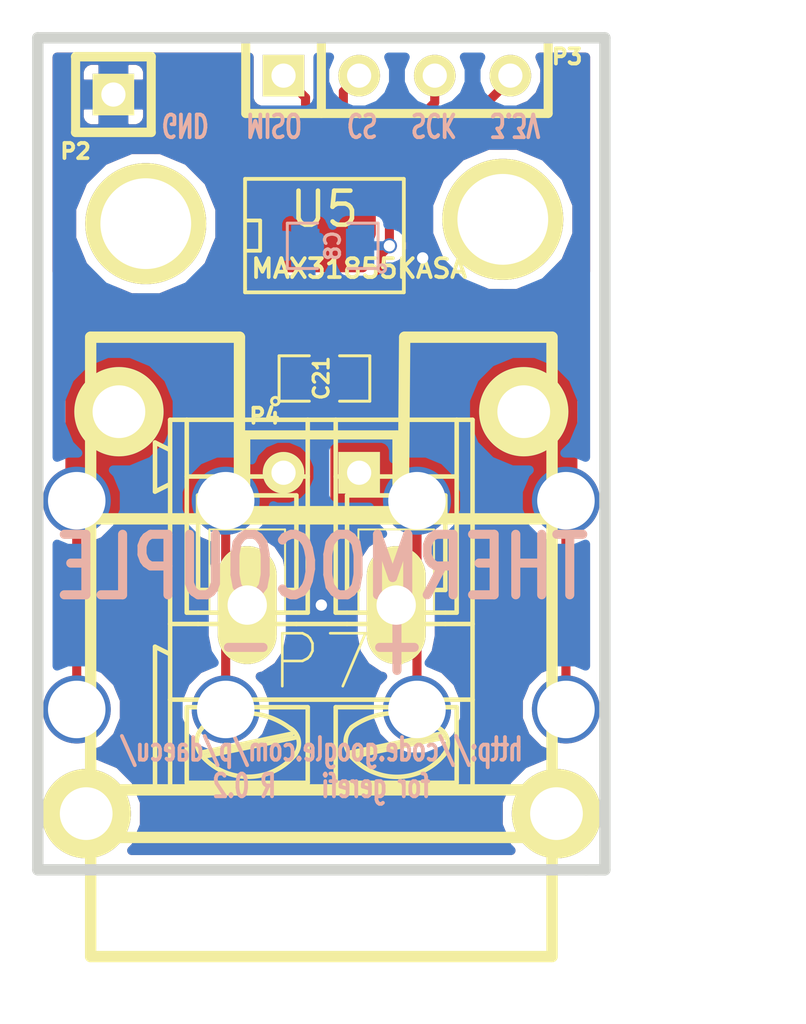
<source format=kicad_pcb>
(kicad_pcb (version 3) (host pcbnew "(2013-07-07 BZR 4022)-stable")

  (general
    (links 27)
    (no_connects 0)
    (area 93.7768 56.5658 124.877288 94.6912)
    (thickness 1.6002)
    (drawings 14)
    (tracks 56)
    (zones 0)
    (modules 12)
    (nets 8)
  )

  (page A)
  (title_block 
    (title "Thermocouple breakout")
    (rev R0.2)
    (company "gerefi by DAECU")
  )

  (layers
    (15 Front signal)
    (0 Back signal)
    (16 B.Adhes user)
    (17 F.Adhes user)
    (18 B.Paste user)
    (19 F.Paste user)
    (20 B.SilkS user)
    (21 F.SilkS user)
    (22 B.Mask user)
    (23 F.Mask user)
    (24 Dwgs.User user)
    (25 Cmts.User user)
    (26 Eco1.User user)
    (27 Eco2.User user)
    (28 Edge.Cuts user)
  )

  (setup
    (last_trace_width 0.3048)
    (user_trace_width 0.381)
    (user_trace_width 0.508)
    (user_trace_width 0.635)
    (user_trace_width 1.016)
    (trace_clearance 0.3048)
    (zone_clearance 0.3048)
    (zone_45_only no)
    (trace_min 0.00762)
    (segment_width 0.381)
    (edge_width 0.381)
    (via_size 0.508)
    (via_drill 0.381)
    (via_min_size 0.02032)
    (via_min_drill 0.381)
    (user_via 1.00076 0.89916)
    (uvia_size 0.508)
    (uvia_drill 0.127)
    (uvias_allowed no)
    (uvia_min_size 0.02032)
    (uvia_min_drill 0.127)
    (pcb_text_width 0.3048)
    (pcb_text_size 1.524 2.032)
    (mod_edge_width 0.254)
    (mod_text_size 1.524 1.524)
    (mod_text_width 0.3048)
    (pad_size 0.635 1.143)
    (pad_drill 0)
    (pad_to_mask_clearance 0.254)
    (aux_axis_origin 0 0)
    (visible_elements 7FFFFF3F)
    (pcbplotparams
      (layerselection 284983297)
      (usegerberextensions true)
      (excludeedgelayer true)
      (linewidth 0.150000)
      (plotframeref false)
      (viasonmask false)
      (mode 1)
      (useauxorigin false)
      (hpglpennumber 1)
      (hpglpenspeed 20)
      (hpglpendiameter 15)
      (hpglpenoverlay 0)
      (psnegative false)
      (psa4output false)
      (plotreference true)
      (plotvalue false)
      (plotothertext false)
      (plotinvisibletext false)
      (padsonsilk false)
      (subtractmaskfromsilk false)
      (outputformat 1)
      (mirror false)
      (drillshape 1)
      (scaleselection 1)
      (outputdirectory gerbers/gerbers_Spin2/))
  )

  (net 0 "")
  (net 1 //CS)
  (net 2 /MISO)
  (net 3 /SCK)
  (net 4 /TCPL+)
  (net 5 /TCPL-)
  (net 6 3.3v)
  (net 7 GND)

  (net_class Default "This is the default net class."
    (clearance 0.3048)
    (trace_width 0.3048)
    (via_dia 0.508)
    (via_drill 0.381)
    (uvia_dia 0.508)
    (uvia_drill 0.127)
    (add_net "")
    (add_net //CS)
    (add_net /MISO)
    (add_net /SCK)
    (add_net /TCPL+)
    (add_net /TCPL-)
    (add_net 3.3v)
    (add_net GND)
  )

  (module 1pin (layer Front) (tedit 4F629911) (tstamp 4F628E0D)
    (at 98.87712 65.29578)
    (descr "module 1 pin (ou trou mecanique de percage)")
    (tags DEV)
    (path /4F629521)
    (fp_text reference V802 (at 0 -3.048) (layer F.SilkS) hide
      (effects (font (size 1.016 1.016) (thickness 0.254)))
    )
    (fp_text value VIA (at 0 2.794) (layer F.SilkS) hide
      (effects (font (size 1.016 1.016) (thickness 0.254)))
    )
    (pad 1 thru_hole circle (at 0 0) (size 4.064 4.064) (drill 3.048)
      (layers *.Cu *.Mask F.SilkS)
    )
  )

  (module 1pin (layer Front) (tedit 4F629903) (tstamp 4F6280CB)
    (at 110.871 65.151)
    (descr "module 1 pin (ou trou mecanique de percage)")
    (tags DEV)
    (path /4F627FCA)
    (fp_text reference V801 (at 0 -3.048) (layer F.SilkS) hide
      (effects (font (size 1.016 1.016) (thickness 0.254)))
    )
    (fp_text value VIA (at 0 2.794) (layer F.SilkS) hide
      (effects (font (size 1.016 1.016) (thickness 0.254)))
    )
    (pad 1 thru_hole circle (at 0 0) (size 4.064 4.064) (drill 3.048)
      (layers *.Cu *.Mask F.SilkS)
    )
  )

  (module SO8E (layer Front) (tedit 4F661D77) (tstamp 4E47F42B)
    (at 104.87914 65.6971)
    (descr "module CMS SOJ 8 pins etroit")
    (tags "CMS SOJ")
    (path /4E13FF86)
    (attr smd)
    (fp_text reference U5 (at 0 -0.889) (layer F.SilkS)
      (effects (font (size 1.143 1.143) (thickness 0.1524)))
    )
    (fp_text value MAX31855KASA (at 1.16586 1.1049) (layer F.SilkS)
      (effects (font (size 0.635 0.635) (thickness 0.127)))
    )
    (fp_line (start -2.667 1.778) (end -2.667 1.905) (layer F.SilkS) (width 0.127))
    (fp_line (start -2.667 1.905) (end 2.667 1.905) (layer F.SilkS) (width 0.127))
    (fp_line (start 2.667 -1.905) (end -2.667 -1.905) (layer F.SilkS) (width 0.127))
    (fp_line (start -2.667 -1.905) (end -2.667 1.778) (layer F.SilkS) (width 0.127))
    (fp_line (start -2.667 -0.508) (end -2.159 -0.508) (layer F.SilkS) (width 0.127))
    (fp_line (start -2.159 -0.508) (end -2.159 0.508) (layer F.SilkS) (width 0.127))
    (fp_line (start -2.159 0.508) (end -2.667 0.508) (layer F.SilkS) (width 0.127))
    (fp_line (start 2.667 -1.905) (end 2.667 1.905) (layer F.SilkS) (width 0.127))
    (pad 8 smd rect (at -1.905 -2.667) (size 0.508 1.143)
      (layers Front F.Paste F.Mask)
    )
    (pad 1 smd rect (at -1.905 2.667) (size 0.508 1.143)
      (layers Front F.Paste F.Mask)
      (net 7 GND)
    )
    (pad 7 smd rect (at -0.635 -2.667) (size 0.508 1.143)
      (layers Front F.Paste F.Mask)
      (net 2 /MISO)
    )
    (pad 6 smd rect (at 0.635 -2.667) (size 0.508 1.143)
      (layers Front F.Paste F.Mask)
      (net 1 //CS)
    )
    (pad 5 smd rect (at 1.905 -2.667) (size 0.508 1.143)
      (layers Front F.Paste F.Mask)
      (net 3 /SCK)
    )
    (pad 2 smd rect (at -0.635 2.667) (size 0.508 1.143)
      (layers Front F.Paste F.Mask)
      (net 5 /TCPL-)
    )
    (pad 3 smd rect (at 0.635 2.667) (size 0.508 1.143)
      (layers Front F.Paste F.Mask)
      (net 4 /TCPL+)
    )
    (pad 4 smd rect (at 1.905 2.667) (size 0.508 1.143)
      (layers Front F.Paste F.Mask)
      (net 6 3.3v)
    )
    (model 3D/so-8.wrl
      (at (xyz 0 0 0))
      (scale (xyz 1 1 1))
      (rotate (xyz 0 0 0))
    )
  )

  (module tcpl_PCC-SMP (layer Front) (tedit 535A1C3C) (tstamp 535A19ED)
    (at 104.775 78.359 270)
    (path /535A15DB)
    (fp_text reference P1 (at -1.778 9.779 270) (layer F.SilkS) hide
      (effects (font (size 1.524 1.524) (thickness 0.3048)))
    )
    (fp_text value CONN_2 (at -1.5748 4.699 360) (layer F.SilkS) hide
      (effects (font (size 1.524 1.524) (thickness 0.3048)))
    )
    (fp_text user - (at 1.016 2.54 360) (layer F.SilkS)
      (effects (font (size 1.524 1.524) (thickness 0.3048)))
    )
    (fp_text user + (at 1.016 -2.54 270) (layer F.SilkS)
      (effects (font (size 1.524 1.524) (thickness 0.3048)))
    )
    (fp_line (start -3.0988 7.74954) (end -9.25068 7.74954) (layer F.SilkS) (width 0.381))
    (fp_line (start -9.25068 7.74954) (end -9.25068 2.75082) (layer F.SilkS) (width 0.381))
    (fp_line (start -9.25068 2.75082) (end -3.1496 2.75082) (layer F.SilkS) (width 0.381))
    (fp_line (start -3.1496 -2.75082) (end -9.25068 -2.79908) (layer F.SilkS) (width 0.381))
    (fp_line (start -9.25068 -2.79908) (end -9.25068 -7.74954) (layer F.SilkS) (width 0.381))
    (fp_line (start -9.25068 -7.74954) (end -3.1496 -7.74954) (layer F.SilkS) (width 0.381))
    (fp_line (start 5.95122 7.74954) (end 5.95122 -7.74954) (layer F.SilkS) (width 0.381))
    (fp_line (start 7.54888 -7.74954) (end 7.54888 7.74954) (layer F.SilkS) (width 0.381))
    (fp_line (start -3.1496 -7.74954) (end 11.54938 -7.74954) (layer F.SilkS) (width 0.381))
    (fp_line (start -3.1496 7.74954) (end -3.1496 -7.74954) (layer F.SilkS) (width 0.381))
    (fp_line (start 11.54938 7.74954) (end -3.1496 7.74954) (layer F.SilkS) (width 0.381))
    (fp_line (start 11.54938 -7.74954) (end 11.54938 7.74954) (layer F.SilkS) (width 0.381))
    (pad M thru_hole circle (at 6.74878 -7.8994 270) (size 2.99974 2.99974) (drill 1.77038)
      (layers *.Cu *.Mask F.SilkS)
    )
    (pad M thru_hole circle (at 6.74878 7.8994 270) (size 2.99974 2.99974) (drill 1.77038)
      (layers *.Cu *.Mask F.SilkS)
    )
    (pad 2 thru_hole circle (at -6.74878 -6.79958 270) (size 2.99974 2.99974) (drill 1.77038)
      (layers *.Cu *.Mask F.SilkS)
      (net 4 /TCPL+)
    )
    (pad 1 thru_hole circle (at -6.74878 6.79958 270) (size 2.99974 2.99974) (drill 1.77038)
      (layers *.Cu *.Mask F.SilkS)
      (net 5 /TCPL-)
    )
    (model 3D/TCPL_CONNECTOR_PCC-SMP.wrl
      (at (xyz 0.46 0.315 -0.17))
      (scale (xyz 10 10 10))
      (rotate (xyz 0 0 180))
    )
  )

  (module SIL-4 (layer Front) (tedit 535A1D77) (tstamp 4F67B26C)
    (at 107.315 60.325)
    (descr "Connecteur 4 pibs")
    (tags "CONN DEV")
    (path /535A166C)
    (fp_text reference P3 (at 5.715 -0.635) (layer F.SilkS)
      (effects (font (size 0.508 0.508) (thickness 0.127)))
    )
    (fp_text value CONN_4 (at 0 -2.54) (layer F.SilkS) hide
      (effects (font (size 1.524 1.016) (thickness 0.3048)))
    )
    (fp_line (start -5.08 -1.27) (end -5.08 -1.27) (layer F.SilkS) (width 0.3048))
    (fp_line (start -5.08 1.27) (end -5.08 -1.27) (layer F.SilkS) (width 0.3048))
    (fp_line (start -5.08 -1.27) (end -5.08 -1.27) (layer F.SilkS) (width 0.3048))
    (fp_line (start -5.08 -1.27) (end 5.08 -1.27) (layer F.SilkS) (width 0.3048))
    (fp_line (start 5.08 -1.27) (end 5.08 1.27) (layer F.SilkS) (width 0.3048))
    (fp_line (start 5.08 1.27) (end -5.08 1.27) (layer F.SilkS) (width 0.3048))
    (fp_line (start -2.54 1.27) (end -2.54 -1.27) (layer F.SilkS) (width 0.3048))
    (pad 1 thru_hole rect (at -3.81 0) (size 1.397 1.397) (drill 0.8128)
      (layers *.Cu *.Mask F.SilkS)
      (net 2 /MISO)
    )
    (pad 2 thru_hole circle (at -1.27 0) (size 1.397 1.397) (drill 0.8128)
      (layers *.Cu *.Mask F.SilkS)
      (net 1 //CS)
    )
    (pad 3 thru_hole circle (at 1.27 0) (size 1.397 1.397) (drill 0.8128)
      (layers *.Cu *.Mask F.SilkS)
      (net 3 /SCK)
    )
    (pad 4 thru_hole circle (at 3.81 0) (size 1.397 1.397) (drill 0.8128)
      (layers *.Cu *.Mask F.SilkS)
      (net 6 3.3v)
    )
  )

  (module SIL-1 (layer Front) (tedit 535A1D7C) (tstamp 4F5CF533)
    (at 97.79 60.96 180)
    (descr "Connecteurs 1 pin")
    (tags "CONN DEV")
    (path /535A1737)
    (fp_text reference P2 (at 1.27 -1.905 180) (layer F.SilkS)
      (effects (font (size 0.508 0.508) (thickness 0.127)))
    )
    (fp_text value CONN_1 (at 0 -2.54 180) (layer F.SilkS) hide
      (effects (font (size 1.524 1.016) (thickness 0.254)))
    )
    (fp_line (start -1.27 1.27) (end 1.27 1.27) (layer F.SilkS) (width 0.3175))
    (fp_line (start -1.27 -1.27) (end 1.27 -1.27) (layer F.SilkS) (width 0.3175))
    (fp_line (start -1.27 1.27) (end -1.27 -1.27) (layer F.SilkS) (width 0.3048))
    (fp_line (start 1.27 -1.27) (end 1.27 1.27) (layer F.SilkS) (width 0.3048))
    (pad 1 thru_hole rect (at 0 0 180) (size 1.397 1.397) (drill 0.8128)
      (layers *.Cu *.Mask F.SilkS)
      (net 7 GND)
    )
  )

  (module SIL-2 (layer Front) (tedit 535A1CFD) (tstamp 535A1BB9)
    (at 104.775 73.66 180)
    (descr "Connecteurs 2 pins")
    (tags "CONN DEV")
    (path /535A1B1D)
    (fp_text reference P4 (at 1.905 1.905 180) (layer F.SilkS)
      (effects (font (size 0.508 0.508) (thickness 0.127)))
    )
    (fp_text value CONN_2 (at 0 -2.54 180) (layer F.SilkS) hide
      (effects (font (size 1.524 1.016) (thickness 0.3048)))
    )
    (fp_line (start -2.54 1.27) (end -2.54 -1.27) (layer F.SilkS) (width 0.3048))
    (fp_line (start -2.54 -1.27) (end 2.54 -1.27) (layer F.SilkS) (width 0.3048))
    (fp_line (start 2.54 -1.27) (end 2.54 1.27) (layer F.SilkS) (width 0.3048))
    (fp_line (start 2.54 1.27) (end -2.54 1.27) (layer F.SilkS) (width 0.3048))
    (pad 1 thru_hole rect (at -1.27 0 180) (size 1.397 1.397) (drill 0.8128)
      (layers *.Cu *.Mask F.SilkS)
      (net 4 /TCPL+)
    )
    (pad 2 thru_hole circle (at 1.27 0 180) (size 1.397 1.397) (drill 0.8128)
      (layers *.Cu *.Mask F.SilkS)
      (net 5 /TCPL-)
    )
  )

  (module SM0805-SM0603 (layer Back) (tedit 54220BA7) (tstamp 4E47F455)
    (at 105.156 66.04 180)
    (path /4E13FFE2)
    (attr smd)
    (fp_text reference C8 (at 0 0 450) (layer B.SilkS)
      (effects (font (size 0.50038 0.50038) (thickness 0.10922)) (justify mirror))
    )
    (fp_text value 100nF (at 0 -0.381 180) (layer B.SilkS) hide
      (effects (font (size 0.50038 0.50038) (thickness 0.10922)) (justify mirror))
    )
    (fp_circle (center -1.651 -0.762) (end -1.651 -0.635) (layer B.SilkS) (width 0.09906))
    (fp_line (start -0.508 -0.762) (end -1.524 -0.762) (layer B.SilkS) (width 0.09906))
    (fp_line (start -1.524 -0.762) (end -1.524 0.762) (layer B.SilkS) (width 0.09906))
    (fp_line (start -1.524 0.762) (end -0.508 0.762) (layer B.SilkS) (width 0.09906))
    (fp_line (start 0.508 0.762) (end 1.524 0.762) (layer B.SilkS) (width 0.09906))
    (fp_line (start 1.524 0.762) (end 1.524 -0.762) (layer B.SilkS) (width 0.09906))
    (fp_line (start 1.524 -0.762) (end 0.508 -0.762) (layer B.SilkS) (width 0.09906))
    (pad 1 smd rect (at -0.9525 0 180) (size 0.889 1.397)
      (layers Back B.Paste B.Mask)
      (net 6 3.3v)
    )
    (pad 2 smd rect (at 0.9525 0 180) (size 0.889 1.397)
      (layers Back B.Paste B.Mask)
      (net 7 GND)
    )
    (pad 1 smd rect (at -0.762 0 180) (size 0.635 1.143)
      (layers Back B.Paste B.Mask)
      (net 6 3.3v)
    )
    (pad 2 smd rect (at 0.762 0 180) (size 0.635 1.143)
      (layers Back B.Paste B.Mask)
      (net 7 GND)
    )
    (model smd/chip_cms.wrl
      (at (xyz 0 0 0))
      (scale (xyz 0.1 0.1 0.1))
      (rotate (xyz 0 0 0))
    )
  )

  (module SM0805-SM0603 (layer Front) (tedit 54220B8D) (tstamp 4E4C6BB1)
    (at 104.87914 70.49516)
    (path /4E4C6B54)
    (attr smd)
    (fp_text reference C21 (at -0.10414 -0.01016 90) (layer F.SilkS)
      (effects (font (size 0.50038 0.50038) (thickness 0.10922)))
    )
    (fp_text value 10nF (at 0 0.381) (layer F.SilkS) hide
      (effects (font (size 0.50038 0.50038) (thickness 0.10922)))
    )
    (fp_circle (center -1.651 0.762) (end -1.651 0.635) (layer F.SilkS) (width 0.09906))
    (fp_line (start -0.508 0.762) (end -1.524 0.762) (layer F.SilkS) (width 0.09906))
    (fp_line (start -1.524 0.762) (end -1.524 -0.762) (layer F.SilkS) (width 0.09906))
    (fp_line (start -1.524 -0.762) (end -0.508 -0.762) (layer F.SilkS) (width 0.09906))
    (fp_line (start 0.508 -0.762) (end 1.524 -0.762) (layer F.SilkS) (width 0.09906))
    (fp_line (start 1.524 -0.762) (end 1.524 0.762) (layer F.SilkS) (width 0.09906))
    (fp_line (start 1.524 0.762) (end 0.508 0.762) (layer F.SilkS) (width 0.09906))
    (pad 1 smd rect (at -0.9525 0) (size 0.889 1.397)
      (layers Front F.Paste F.Mask)
      (net 5 /TCPL-)
    )
    (pad 2 smd rect (at 0.9525 0) (size 0.889 1.397)
      (layers Front F.Paste F.Mask)
      (net 4 /TCPL+)
    )
    (pad 1 smd rect (at -0.762 0) (size 0.635 1.143)
      (layers Front F.Paste F.Mask)
      (net 5 /TCPL-)
    )
    (pad 2 smd rect (at 0.762 0) (size 0.635 1.143)
      (layers Front F.Paste F.Mask)
      (net 4 /TCPL+)
    )
    (model smd/chip_cms.wrl
      (at (xyz 0 0 0))
      (scale (xyz 0.1 0.1 0.1))
      (rotate (xyz 0 0 0))
    )
  )

  (module SCREW_TERM_534-7693 (layer Front) (tedit 54C42281) (tstamp 54C427F8)
    (at 99.06 78.105 180)
    (path /54C4236A)
    (fp_text reference P5 (at 0 -0.3175 180) (layer F.SilkS) hide
      (effects (font (size 0.127 0.127) (thickness 0.00254)))
    )
    (fp_text value CONN_1 (at 0.09906 -0.8001 180) (layer F.SilkS) hide
      (effects (font (size 0.127 0.127) (thickness 0.00254)))
    )
    (pad 1 thru_hole circle (at 2.5019 -3.5052 180) (size 2.286 2.286) (drill 1.9304)
      (layers *.Cu *.Mask)
      (net 5 /TCPL-)
    )
    (pad 1 thru_hole circle (at 2.5019 3.5052 180) (size 2.286 2.286) (drill 1.9304)
      (layers *.Cu *.Mask)
      (net 5 /TCPL-)
    )
    (pad 1 thru_hole circle (at -2.5019 3.5052 180) (size 2.286 2.286) (drill 1.9304)
      (layers *.Cu *.Mask)
      (net 5 /TCPL-)
    )
    (pad 1 thru_hole circle (at -2.5019 -3.5052 180) (size 2.286 2.286) (drill 1.9304)
      (layers *.Cu *.Mask)
      (net 5 /TCPL-)
    )
    (model 3D/screw_term_534-7693.wrl
      (at (xyz 0 0 0.22))
      (scale (xyz 10 10 10))
      (rotate (xyz 270 0 90))
    )
  )

  (module SCREW_TERM_534-7693 (layer Front) (tedit 54C42281) (tstamp 54C42800)
    (at 110.49 78.105 180)
    (path /54C42383)
    (fp_text reference P6 (at 0 -0.3175 180) (layer F.SilkS) hide
      (effects (font (size 0.127 0.127) (thickness 0.00254)))
    )
    (fp_text value CONN_1 (at 0.09906 -0.8001 180) (layer F.SilkS) hide
      (effects (font (size 0.127 0.127) (thickness 0.00254)))
    )
    (pad 1 thru_hole circle (at 2.5019 -3.5052 180) (size 2.286 2.286) (drill 1.9304)
      (layers *.Cu *.Mask)
      (net 4 /TCPL+)
    )
    (pad 1 thru_hole circle (at 2.5019 3.5052 180) (size 2.286 2.286) (drill 1.9304)
      (layers *.Cu *.Mask)
      (net 4 /TCPL+)
    )
    (pad 1 thru_hole circle (at -2.5019 3.5052 180) (size 2.286 2.286) (drill 1.9304)
      (layers *.Cu *.Mask)
      (net 4 /TCPL+)
    )
    (pad 1 thru_hole circle (at -2.5019 -3.5052 180) (size 2.286 2.286) (drill 1.9304)
      (layers *.Cu *.Mask)
      (net 4 /TCPL+)
    )
    (model 3D/screw_term_534-7693.wrl
      (at (xyz 0 0 0.22))
      (scale (xyz 10 10 10))
      (rotate (xyz 270 0 90))
    )
  )

  (module AK300-2 (layer Front) (tedit 54C7CA13) (tstamp 54C7DD75)
    (at 104.775 78.105 180)
    (descr CONNECTOR)
    (tags CONNECTOR)
    (path /54C7C9BE)
    (attr virtual)
    (fp_text reference P7 (at 0 -1.905 180) (layer F.SilkS)
      (effects (font (size 1.778 1.778) (thickness 0.0889)))
    )
    (fp_text value CONN_2 (at 0.254 7.747 180) (layer F.SilkS) hide
      (effects (font (size 1.778 1.778) (thickness 0.0889)))
    )
    (fp_line (start -3.7846 2.54) (end -1.2446 2.54) (layer F.SilkS) (width 0.06604))
    (fp_line (start -1.2446 2.54) (end -1.2446 -0.254) (layer F.SilkS) (width 0.06604))
    (fp_line (start -3.7846 -0.254) (end -1.2446 -0.254) (layer F.SilkS) (width 0.06604))
    (fp_line (start -3.7846 2.54) (end -3.7846 -0.254) (layer F.SilkS) (width 0.06604))
    (fp_line (start 1.2192 2.54) (end 3.7592 2.54) (layer F.SilkS) (width 0.06604))
    (fp_line (start 3.7592 2.54) (end 3.7592 -0.254) (layer F.SilkS) (width 0.06604))
    (fp_line (start 1.2192 -0.254) (end 3.7592 -0.254) (layer F.SilkS) (width 0.06604))
    (fp_line (start 1.2192 2.54) (end 1.2192 -0.254) (layer F.SilkS) (width 0.06604))
    (fp_line (start 5.08 -6.223) (end 5.08 -3.175) (layer F.SilkS) (width 0.1524))
    (fp_line (start 5.08 -6.223) (end -5.08 -6.223) (layer F.SilkS) (width 0.1524))
    (fp_line (start 5.08 -6.223) (end 5.588 -6.223) (layer F.SilkS) (width 0.1524))
    (fp_line (start 5.588 -6.223) (end 5.588 -1.397) (layer F.SilkS) (width 0.1524))
    (fp_line (start 5.588 -1.397) (end 5.08 -1.651) (layer F.SilkS) (width 0.1524))
    (fp_line (start 5.588 5.461) (end 5.08 5.207) (layer F.SilkS) (width 0.1524))
    (fp_line (start 5.08 5.207) (end 5.08 6.223) (layer F.SilkS) (width 0.1524))
    (fp_line (start 5.588 3.81) (end 5.08 4.064) (layer F.SilkS) (width 0.1524))
    (fp_line (start 5.08 4.064) (end 5.08 5.207) (layer F.SilkS) (width 0.1524))
    (fp_line (start 5.588 3.81) (end 5.588 5.461) (layer F.SilkS) (width 0.1524))
    (fp_line (start 0.4572 6.223) (end 0.4572 4.318) (layer F.SilkS) (width 0.1524))
    (fp_line (start 4.5212 -0.254) (end 4.5212 4.318) (layer F.SilkS) (width 0.1524))
    (fp_line (start 0.4572 6.223) (end 4.5212 6.223) (layer F.SilkS) (width 0.1524))
    (fp_line (start 4.5212 6.223) (end 5.08 6.223) (layer F.SilkS) (width 0.1524))
    (fp_line (start -0.4826 6.223) (end -0.4826 4.318) (layer F.SilkS) (width 0.1524))
    (fp_line (start -0.4826 6.223) (end 0.4572 6.223) (layer F.SilkS) (width 0.1524))
    (fp_line (start -4.5466 -0.254) (end -4.5466 4.318) (layer F.SilkS) (width 0.1524))
    (fp_line (start -5.08 6.223) (end -4.5466 6.223) (layer F.SilkS) (width 0.1524))
    (fp_line (start -4.5466 6.223) (end -0.4826 6.223) (layer F.SilkS) (width 0.1524))
    (fp_line (start 0.4572 4.318) (end 4.5212 4.318) (layer F.SilkS) (width 0.1524))
    (fp_line (start 0.4572 4.318) (end 0.4572 -0.254) (layer F.SilkS) (width 0.1524))
    (fp_line (start 4.5212 4.318) (end 4.5212 6.223) (layer F.SilkS) (width 0.1524))
    (fp_line (start -0.4826 4.318) (end -4.5466 4.318) (layer F.SilkS) (width 0.1524))
    (fp_line (start -0.4826 4.318) (end -0.4826 -0.254) (layer F.SilkS) (width 0.1524))
    (fp_line (start -4.5466 4.318) (end -4.5466 6.223) (layer F.SilkS) (width 0.1524))
    (fp_line (start 4.1402 3.683) (end 4.1402 0.508) (layer F.SilkS) (width 0.1524))
    (fp_line (start 4.1402 3.683) (end 0.8382 3.683) (layer F.SilkS) (width 0.1524))
    (fp_line (start 0.8382 3.683) (end 0.8382 0.508) (layer F.SilkS) (width 0.1524))
    (fp_line (start -0.8636 3.683) (end -0.8636 0.508) (layer F.SilkS) (width 0.1524))
    (fp_line (start -0.8636 3.683) (end -4.1656 3.683) (layer F.SilkS) (width 0.1524))
    (fp_line (start -4.1656 3.683) (end -4.1656 0.508) (layer F.SilkS) (width 0.1524))
    (fp_line (start -4.1656 0.508) (end -3.7846 0.508) (layer F.SilkS) (width 0.1524))
    (fp_line (start -0.8636 0.508) (end -1.2446 0.508) (layer F.SilkS) (width 0.1524))
    (fp_line (start 0.8382 0.508) (end 1.2192 0.508) (layer F.SilkS) (width 0.1524))
    (fp_line (start 4.1402 0.508) (end 3.7592 0.508) (layer F.SilkS) (width 0.1524))
    (fp_line (start -5.08 6.223) (end -5.08 -0.635) (layer F.SilkS) (width 0.1524))
    (fp_line (start -5.08 -0.635) (end -5.08 -3.175) (layer F.SilkS) (width 0.1524))
    (fp_line (start 5.08 -1.651) (end 5.08 -0.635) (layer F.SilkS) (width 0.1524))
    (fp_line (start 5.08 -0.635) (end 5.08 4.064) (layer F.SilkS) (width 0.1524))
    (fp_line (start -5.08 -3.175) (end 5.08 -3.175) (layer F.SilkS) (width 0.1524))
    (fp_line (start -5.08 -3.175) (end -5.08 -6.223) (layer F.SilkS) (width 0.1524))
    (fp_line (start 5.08 -3.175) (end 5.08 -1.651) (layer F.SilkS) (width 0.1524))
    (fp_line (start 0.4572 -3.429) (end 0.4572 -5.969) (layer F.SilkS) (width 0.1524))
    (fp_line (start 0.4572 -5.969) (end 4.5212 -5.969) (layer F.SilkS) (width 0.1524))
    (fp_line (start 4.5212 -5.969) (end 4.5212 -3.429) (layer F.SilkS) (width 0.1524))
    (fp_line (start 4.5212 -3.429) (end 0.4572 -3.429) (layer F.SilkS) (width 0.1524))
    (fp_line (start -0.4826 -3.429) (end -0.4826 -5.969) (layer F.SilkS) (width 0.1524))
    (fp_line (start -0.4826 -3.429) (end -4.5466 -3.429) (layer F.SilkS) (width 0.1524))
    (fp_line (start -4.5466 -3.429) (end -4.5466 -5.969) (layer F.SilkS) (width 0.1524))
    (fp_line (start -0.4826 -5.969) (end -4.5466 -5.969) (layer F.SilkS) (width 0.1524))
    (fp_line (start 0.8636 -4.445) (end 3.9116 -5.08) (layer F.SilkS) (width 0.1524))
    (fp_line (start 0.9906 -4.318) (end 4.0386 -4.953) (layer F.SilkS) (width 0.1524))
    (fp_line (start -4.1402 -4.445) (end -1.08966 -5.08) (layer F.SilkS) (width 0.1524))
    (fp_line (start -4.0132 -4.318) (end -0.9652 -4.953) (layer F.SilkS) (width 0.1524))
    (fp_line (start -4.5466 -0.254) (end -4.1656 -0.254) (layer F.SilkS) (width 0.1524))
    (fp_line (start -0.4826 -0.254) (end -0.8636 -0.254) (layer F.SilkS) (width 0.1524))
    (fp_line (start -0.8636 -0.254) (end -4.1656 -0.254) (layer F.SilkS) (width 0.1524))
    (fp_line (start -5.08 -0.635) (end -4.1656 -0.635) (layer F.SilkS) (width 0.1524))
    (fp_line (start -4.1656 -0.635) (end -0.8636 -0.635) (layer F.SilkS) (width 0.1524))
    (fp_line (start -0.8636 -0.635) (end 0.8382 -0.635) (layer F.SilkS) (width 0.1524))
    (fp_line (start 5.08 -0.635) (end 4.1402 -0.635) (layer F.SilkS) (width 0.1524))
    (fp_line (start 4.1402 -0.635) (end 0.8382 -0.635) (layer F.SilkS) (width 0.1524))
    (fp_line (start 4.5212 -0.254) (end 4.1402 -0.254) (layer F.SilkS) (width 0.1524))
    (fp_line (start 0.4572 -0.254) (end 0.8382 -0.254) (layer F.SilkS) (width 0.1524))
    (fp_line (start 0.8382 -0.254) (end 4.1402 -0.254) (layer F.SilkS) (width 0.1524))
    (fp_arc (start 3.5052 -4.59486) (end 4.01066 -5.05206) (angle 90.5) (layer F.SilkS) (width 0.1524))
    (fp_arc (start 2.54 -6.0706) (end 4.00304 -4.11734) (angle 75.5) (layer F.SilkS) (width 0.1524))
    (fp_arc (start 2.46126 -3.7084) (end 0.8636 -5.0038) (angle 100) (layer F.SilkS) (width 0.1524))
    (fp_arc (start 1.3462 -4.64566) (end 1.05664 -4.1275) (angle 104.2) (layer F.SilkS) (width 0.1524))
    (fp_arc (start -1.4986 -4.59486) (end -0.9906 -5.05206) (angle 90.5) (layer F.SilkS) (width 0.1524))
    (fp_arc (start -2.46126 -6.0706) (end -0.99822 -4.11734) (angle 75.5) (layer F.SilkS) (width 0.1524))
    (fp_arc (start -2.53746 -3.7084) (end -4.1402 -5.0038) (angle 100) (layer F.SilkS) (width 0.1524))
    (fp_arc (start -3.6576 -4.64566) (end -3.94462 -4.1275) (angle 104.2) (layer F.SilkS) (width 0.1524))
    (pad 1 thru_hole oval (at -2.5146 0 180) (size 1.9812 3.9624) (drill 1.3208)
      (layers *.Cu F.Paste F.SilkS F.Mask)
      (net 4 /TCPL+)
    )
    (pad 2 thru_hole oval (at 2.4892 0 180) (size 1.9812 3.9624) (drill 1.3208)
      (layers *.Cu F.Paste F.SilkS F.Mask)
      (net 5 /TCPL-)
    )
  )

  (gr_text "http://code.google.com/p/daecu/\nfor gerefi    R 0.2" (at 104.775 83.566) (layer B.SilkS)
    (effects (font (size 0.762 0.508) (thickness 0.127)) (justify mirror))
  )
  (gr_text "MISO    CS   SCK   3.3V" (at 107.188 61.976 180) (layer B.SilkS)
    (effects (font (size 0.762 0.508) (thickness 0.127)) (justify mirror))
  )
  (gr_text GND (at 100.203 61.976 180) (layer B.SilkS)
    (effects (font (size 0.762 0.508) (thickness 0.127)) (justify mirror))
  )
  (dimension 19.05 (width 0.3048) (layer Cmts.User)
    (gr_text "0.7500 in" (at 104.775 93.065599) (layer Cmts.User)
      (effects (font (size 2.032 1.524) (thickness 0.3048)))
    )
    (feature1 (pts (xy 114.3 88.9) (xy 114.3 94.691199)))
    (feature2 (pts (xy 95.25 88.9) (xy 95.25 94.691199)))
    (crossbar (pts (xy 95.25 91.439999) (xy 114.3 91.439999)))
    (arrow1a (pts (xy 114.3 91.439999) (xy 113.173497 92.026419)))
    (arrow1b (pts (xy 114.3 91.439999) (xy 113.173497 90.853579)))
    (arrow2a (pts (xy 95.25 91.439999) (xy 96.376503 92.026419)))
    (arrow2b (pts (xy 95.25 91.439999) (xy 96.376503 90.853579)))
  )
  (dimension 27.94 (width 0.3048) (layer Cmts.User)
    (gr_text "1.1000 in" (at 119.1006 73.025 90) (layer Cmts.User)
      (effects (font (size 2.032 1.524) (thickness 0.3048)))
    )
    (feature1 (pts (xy 116.205 59.055) (xy 120.7262 59.055)))
    (feature2 (pts (xy 116.205 86.995) (xy 120.7262 86.995)))
    (crossbar (pts (xy 117.475 86.995) (xy 117.475 59.055)))
    (arrow1a (pts (xy 117.475 59.055) (xy 118.06142 60.181503)))
    (arrow1b (pts (xy 117.475 59.055) (xy 116.88858 60.181503)))
    (arrow2a (pts (xy 117.475 86.995) (xy 118.06142 85.868497)))
    (arrow2b (pts (xy 117.475 86.995) (xy 116.88858 85.868497)))
  )
  (gr_line (start 114.3 86.995) (end 113.665 86.995) (angle 90) (layer Edge.Cuts) (width 0.381))
  (gr_line (start 114.3 59.055) (end 114.3 86.995) (angle 90) (layer Edge.Cuts) (width 0.381))
  (gr_line (start 95.25 59.055) (end 114.3 59.055) (angle 90) (layer Edge.Cuts) (width 0.381))
  (gr_line (start 95.25 86.995) (end 95.25 59.055) (angle 90) (layer Edge.Cuts) (width 0.381))
  (gr_line (start 113.665 86.995) (end 95.25 86.995) (angle 90) (layer Edge.Cuts) (width 0.381))
  (gr_text + (at 107.315 79.375) (layer B.SilkS)
    (effects (font (size 2.032 1.524) (thickness 0.3048)))
  )
  (gr_text - (at 102.235 79.375) (layer B.SilkS)
    (effects (font (size 2.032 1.524) (thickness 0.3048)))
  )
  (gr_text THERMOCOUPLE (at 104.775 76.835) (layer B.SilkS)
    (effects (font (size 2.032 1.524) (thickness 0.3048)) (justify mirror))
  )
  (gr_text - (at 102.34422 84.19592) (layer F.SilkS)
    (effects (font (size 2.032 1.524) (thickness 0.3048)))
  )

  (segment (start 105.51414 63.0301) (end 105.51414 60.85586) (width 0.3048) (layer Front) (net 1))
  (segment (start 105.51414 60.85586) (end 106.045 60.325) (width 0.3048) (layer Front) (net 1) (tstamp 535A1F73))
  (segment (start 104.24414 63.0301) (end 104.24414 61.06414) (width 0.3048) (layer Front) (net 2))
  (segment (start 104.24414 61.06414) (end 103.505 60.325) (width 0.3048) (layer Front) (net 2) (tstamp 535A1F6E))
  (segment (start 104.24414 62.63386) (end 104.24414 63.0301) (width 0.2032) (layer Front) (net 2))
  (segment (start 108.585 60.325) (end 108.585 61.22924) (width 0.3048) (layer Front) (net 3))
  (segment (start 108.585 61.22924) (end 106.78414 63.0301) (width 0.3048) (layer Front) (net 3) (tstamp 535A1F78))
  (segment (start 107.9881 74.5998) (end 107.9881 77.4065) (width 0.3048) (layer Front) (net 4))
  (segment (start 107.9881 77.4065) (end 107.2896 78.105) (width 0.3048) (layer Front) (net 4) (tstamp 54C7DCB9))
  (segment (start 112.9919 74.5998) (end 107.9881 74.5998) (width 0.3048) (layer Front) (net 4))
  (segment (start 112.9919 81.6102) (end 112.9919 74.5998) (width 0.3048) (layer Front) (net 4))
  (segment (start 107.9881 81.6102) (end 107.9881 74.5998) (width 0.3048) (layer Front) (net 4))
  (segment (start 106.045 73.66) (end 107.0483 73.66) (width 0.3048) (layer Front) (net 4))
  (segment (start 107.0483 73.66) (end 107.9881 74.5998) (width 0.3048) (layer Front) (net 4) (tstamp 54C42832))
  (segment (start 105.51414 68.3641) (end 105.51414 73.12914) (width 0.2032) (layer Front) (net 4))
  (segment (start 105.51414 73.12914) (end 106.045 73.66) (width 0.2032) (layer Front) (net 4) (tstamp 535A1D16))
  (segment (start 105.51414 68.3641) (end 105.51414 70.36816) (width 0.508) (layer Front) (net 4))
  (segment (start 105.51414 70.36816) (end 105.64114 70.49516) (width 0.508) (layer Front) (net 4))
  (segment (start 105.64114 70.49516) (end 110.45952 70.49516) (width 0.508) (layer Front) (net 4))
  (segment (start 110.45952 70.49516) (end 111.57458 71.61022) (width 0.508) (layer Front) (net 4))
  (segment (start 101.5619 74.5998) (end 101.5619 77.3811) (width 0.3048) (layer Front) (net 5))
  (segment (start 101.5619 77.3811) (end 102.2858 78.105) (width 0.3048) (layer Front) (net 5) (tstamp 54C7DCB6))
  (segment (start 96.5581 74.5998) (end 101.5619 74.5998) (width 0.3048) (layer Front) (net 5))
  (segment (start 101.5619 81.6102) (end 101.5619 74.5998) (width 0.3048) (layer Front) (net 5))
  (segment (start 96.5581 81.6102) (end 96.5581 74.5998) (width 0.3048) (layer Front) (net 5))
  (segment (start 103.505 73.66) (end 102.5017 73.66) (width 0.3048) (layer Front) (net 5))
  (segment (start 102.5017 73.66) (end 101.5619 74.5998) (width 0.3048) (layer Front) (net 5) (tstamp 54C4283C))
  (segment (start 99.09048 70.49516) (end 97.97542 71.61022) (width 0.508) (layer Front) (net 5))
  (segment (start 104.11714 70.49516) (end 99.09048 70.49516) (width 0.508) (layer Front) (net 5))
  (segment (start 104.24414 70.36816) (end 104.11714 70.49516) (width 0.508) (layer Front) (net 5))
  (segment (start 104.24414 68.3641) (end 104.24414 70.36816) (width 0.508) (layer Front) (net 5))
  (segment (start 104.24414 68.3641) (end 104.24414 72.92086) (width 0.2032) (layer Front) (net 5))
  (segment (start 104.24414 72.92086) (end 103.505 73.66) (width 0.2032) (layer Front) (net 5) (tstamp 535A1D0E))
  (segment (start 106.1085 66.04) (end 107.061 66.04) (width 0.3048) (layer Back) (net 6))
  (via (at 107.061 66.04) (size 0.508) (layers Front Back) (net 6))
  (segment (start 107.061 66.04) (end 107.061 64.516) (width 0.3048) (layer Front) (net 6))
  (segment (start 111.125 60.452) (end 111.125 60.325) (width 0.3048) (layer Front) (net 6) (tstamp 535A2433))
  (segment (start 107.061 64.516) (end 111.125 60.452) (width 0.3048) (layer Front) (net 6) (tstamp 535A2425))
  (segment (start 106.78414 68.3641) (end 106.78414 66.31686) (width 0.3048) (layer Front) (net 6))
  (segment (start 106.78414 66.31686) (end 107.061 66.04) (width 0.3048) (layer Front) (net 6) (tstamp 535A20D0))
  (segment (start 104.2035 66.04) (end 104.2035 68.5165) (width 0.3048) (layer Back) (net 7))
  (via (at 104.775 78.105) (size 0.508) (layers Front Back) (net 7))
  (segment (start 104.775 69.088) (end 104.775 78.105) (width 0.3048) (layer Back) (net 7) (tstamp 54C7DCC0))
  (segment (start 104.2035 68.5165) (end 104.775 69.088) (width 0.3048) (layer Back) (net 7) (tstamp 54C7DCBE))
  (segment (start 107.3658 64.9224) (end 107.3404 64.9224) (width 0.3048) (layer Back) (net 7))
  (segment (start 107.3658 64.9224) (end 108.1786 65.7352) (width 0.3048) (layer Back) (net 7) (tstamp 535A240D))
  (segment (start 108.1786 65.7352) (end 108.1786 66.4464) (width 0.3048) (layer Back) (net 7) (tstamp 535A2411))
  (via (at 108.1786 66.4464) (size 0.508) (layers Front Back) (net 7))
  (segment (start 108.1024 66.3702) (end 108.1786 66.4464) (width 0.3048) (layer Front) (net 7) (tstamp 535A241A))
  (segment (start 104.2035 65.2145) (end 104.2035 66.04) (width 0.3048) (layer Back) (net 7) (tstamp 53863438))
  (segment (start 104.648 64.77) (end 104.2035 65.2145) (width 0.3048) (layer Back) (net 7) (tstamp 53863437))
  (segment (start 107.188 64.77) (end 104.648 64.77) (width 0.3048) (layer Back) (net 7) (tstamp 53863436))
  (segment (start 107.3404 64.9224) (end 107.188 64.77) (width 0.3048) (layer Back) (net 7) (tstamp 53863435))
  (segment (start 102.97414 68.3641) (end 102.97414 65.12814) (width 0.3048) (layer Front) (net 7))
  (segment (start 98.806 60.96) (end 97.79 60.96) (width 0.3048) (layer Front) (net 7) (tstamp 535A20DA))
  (segment (start 102.97414 65.12814) (end 98.806 60.96) (width 0.3048) (layer Front) (net 7) (tstamp 535A20D6))

  (zone (net 4) (net_name /TCPL+) (layer Front) (tstamp 535A2568) (hatch edge 0.508)
    (connect_pads yes (clearance 0.2032))
    (min_thickness 0.254)
    (fill (arc_segments 16) (thermal_gap 0.508) (thermal_bridge_width 0.508) (smoothing fillet) (radius 0.508))
    (polygon
      (pts
        (xy 113.37798 75.29576) (xy 113.37798 67.39636) (xy 105.07726 67.39636) (xy 105.07726 75.29576)
      )
    )
    (filled_polygon
      (pts
        (xy 113.25098 74.775252) (xy 113.21968 74.93261) (xy 113.137628 75.055408) (xy 113.01483 75.13746) (xy 112.857472 75.16876)
        (xy 105.597768 75.16876) (xy 105.44041 75.13746) (xy 105.317612 75.055408) (xy 105.23556 74.93261) (xy 105.20426 74.775252)
        (xy 105.20426 67.916868) (xy 105.23556 67.75951) (xy 105.317612 67.636712) (xy 105.44041 67.55466) (xy 105.597768 67.52336)
        (xy 106.18866 67.52336) (xy 106.164292 67.547686) (xy 106.098416 67.706333) (xy 106.098266 67.878113) (xy 106.098266 69.021113)
        (xy 106.163865 69.179875) (xy 106.285226 69.301448) (xy 106.443873 69.367324) (xy 106.615653 69.367474) (xy 107.123653 69.367474)
        (xy 107.282415 69.301875) (xy 107.403988 69.180514) (xy 107.469864 69.021867) (xy 107.470014 68.850087) (xy 107.470014 67.707087)
        (xy 107.404415 67.548325) (xy 107.379493 67.52336) (xy 110.159591 67.52336) (xy 110.37877 67.614371) (xy 111.35893 67.615226)
        (xy 111.581262 67.52336) (xy 112.857472 67.52336) (xy 113.01483 67.55466) (xy 113.137628 67.636712) (xy 113.21968 67.75951)
        (xy 113.25098 67.916868) (xy 113.25098 74.775252)
      )
    )
  )
  (zone (net 5) (net_name /TCPL-) (layer Front) (tstamp 535A2567) (hatch edge 0.508)
    (connect_pads yes (clearance 0.2032))
    (min_thickness 0.254)
    (fill (arc_segments 16) (thermal_gap 0.508) (thermal_bridge_width 0.508) (smoothing fillet) (radius 0.508))
    (polygon
      (pts
        (xy 104.67848 75.29576) (xy 104.67848 67.39636) (xy 96.1771 67.39636) (xy 96.1771 75.29576)
      )
    )
    (filled_polygon
      (pts
        (xy 104.55148 74.775252) (xy 104.52018 74.93261) (xy 104.438128 75.055408) (xy 104.31533 75.13746) (xy 104.157972 75.16876)
        (xy 96.697608 75.16876) (xy 96.54025 75.13746) (xy 96.417452 75.055408) (xy 96.3354 74.93261) (xy 96.3041 74.775252)
        (xy 96.3041 67.916868) (xy 96.3354 67.75951) (xy 96.417452 67.636712) (xy 96.54025 67.55466) (xy 96.697608 67.52336)
        (xy 97.817043 67.52336) (xy 98.38489 67.759151) (xy 99.36505 67.760006) (xy 99.937776 67.52336) (xy 102.37866 67.52336)
        (xy 102.354292 67.547686) (xy 102.288416 67.706333) (xy 102.288266 67.878113) (xy 102.288266 69.021113) (xy 102.353865 69.179875)
        (xy 102.475226 69.301448) (xy 102.633873 69.367324) (xy 102.805653 69.367474) (xy 103.313653 69.367474) (xy 103.472415 69.301875)
        (xy 103.593988 69.180514) (xy 103.659864 69.021867) (xy 103.660014 68.850087) (xy 103.660014 67.707087) (xy 103.594415 67.548325)
        (xy 103.569493 67.52336) (xy 104.157972 67.52336) (xy 104.31533 67.55466) (xy 104.438128 67.636712) (xy 104.52018 67.75951)
        (xy 104.55148 67.916868) (xy 104.55148 74.775252)
      )
    )
  )
  (zone (net 7) (net_name GND) (layer Back) (tstamp 535A2566) (hatch edge 0.508)
    (connect_pads (clearance 0.3048))
    (min_thickness 0.3048)
    (fill (arc_segments 16) (thermal_gap 0.3) (thermal_bridge_width 1.38176) (smoothing fillet) (radius 0.508))
    (polygon
      (pts
        (xy 114.935 58.42) (xy 94.615 58.42) (xy 94.615 87.63) (xy 114.935 87.63)
      )
    )
    (filled_polygon
      (pts
        (xy 113.6523 80.151751) (xy 113.311596 80.010279) (xy 112.674997 80.009724) (xy 112.086644 80.252826) (xy 111.636108 80.702576)
        (xy 111.391979 81.290504) (xy 111.391424 81.927103) (xy 111.634526 82.515456) (xy 112.084276 82.965992) (xy 112.528819 83.150582)
        (xy 112.286823 83.150371) (xy 111.567257 83.44769) (xy 111.016244 83.997742) (xy 110.717671 84.716787) (xy 110.716991 85.495357)
        (xy 111.01431 86.214923) (xy 111.146456 86.3473) (xy 109.588576 86.3473) (xy 109.588576 81.293297) (xy 109.345474 80.704944)
        (xy 108.895724 80.254408) (xy 108.394179 80.046148) (xy 108.627193 79.69742) (xy 108.7374 79.143371) (xy 108.7374 77.066629)
        (xy 108.627193 76.51258) (xy 108.393958 76.16352) (xy 108.893356 75.957174) (xy 109.343892 75.507424) (xy 109.588021 74.919496)
        (xy 109.588576 74.282897) (xy 109.345474 73.694544) (xy 108.895724 73.244008) (xy 108.307796 72.999879) (xy 107.772323 72.999412)
        (xy 107.772323 65.899154) (xy 107.664277 65.637664) (xy 107.464388 65.437426) (xy 107.203087 65.328924) (xy 107.010279 65.328755)
        (xy 107.010279 65.250956) (xy 106.940821 65.082855) (xy 106.812321 64.954131) (xy 106.644341 64.88438) (xy 106.462456 64.884221)
        (xy 105.573456 64.884221) (xy 105.405355 64.953679) (xy 105.276631 65.082179) (xy 105.231517 65.190824) (xy 105.213131 65.209179)
        (xy 105.153401 65.353024) (xy 105.094802 65.211902) (xy 105.076416 65.193548) (xy 105.031302 65.084902) (xy 104.903929 64.957751)
        (xy 104.737593 64.889022) (xy 104.53885 64.8891) (xy 104.42575 65.0022) (xy 104.42575 65.69075) (xy 104.55275 65.69075)
        (xy 104.55275 65.75425) (xy 104.7115 65.75425) (xy 104.7115 66.32575) (xy 104.55275 66.32575) (xy 104.55275 66.38925)
        (xy 104.42575 66.38925) (xy 104.42575 67.0778) (xy 104.53885 67.1909) (xy 104.737593 67.190978) (xy 104.903929 67.122249)
        (xy 105.031302 66.995098) (xy 105.076416 66.886451) (xy 105.094802 66.868098) (xy 105.153462 66.726829) (xy 105.212679 66.870145)
        (xy 105.231489 66.888988) (xy 105.276179 66.997145) (xy 105.404679 67.125869) (xy 105.572659 67.19562) (xy 105.754544 67.195779)
        (xy 106.643544 67.195779) (xy 106.811645 67.126321) (xy 106.940369 66.997821) (xy 107.01012 66.829841) (xy 107.010188 66.751155)
        (xy 107.201846 66.751323) (xy 107.463336 66.643277) (xy 107.663574 66.443388) (xy 107.772076 66.182087) (xy 107.772323 65.899154)
        (xy 107.772323 72.999412) (xy 107.671197 72.999324) (xy 107.200779 73.193696) (xy 107.200779 72.870956) (xy 107.131321 72.702855)
        (xy 107.002821 72.574131) (xy 106.834841 72.50438) (xy 106.652956 72.504221) (xy 105.255956 72.504221) (xy 105.087855 72.573679)
        (xy 104.959131 72.702179) (xy 104.88938 72.870159) (xy 104.889221 73.052044) (xy 104.889221 74.449044) (xy 104.958679 74.617145)
        (xy 105.087179 74.745869) (xy 105.255159 74.81562) (xy 105.437044 74.815779) (xy 106.387711 74.815779) (xy 106.387624 74.916703)
        (xy 106.630726 75.505056) (xy 106.834639 75.709326) (xy 106.735551 75.729036) (xy 106.265851 76.04288) (xy 105.952007 76.51258)
        (xy 105.8418 77.066629) (xy 105.8418 79.143371) (xy 105.952007 79.69742) (xy 106.265851 80.16712) (xy 106.735551 80.480964)
        (xy 106.834575 80.500661) (xy 106.632308 80.702576) (xy 106.388179 81.290504) (xy 106.387624 81.927103) (xy 106.630726 82.515456)
        (xy 107.080476 82.965992) (xy 107.668404 83.210121) (xy 108.305003 83.210676) (xy 108.893356 82.967574) (xy 109.343892 82.517824)
        (xy 109.588021 81.929896) (xy 109.588576 81.293297) (xy 109.588576 86.3473) (xy 104.6609 86.3473) (xy 104.6609 73.431126)
        (xy 104.485326 73.006204) (xy 104.23525 72.755691) (xy 104.23525 66.9508) (xy 104.23525 66.32575) (xy 104.23525 65.75425)
        (xy 104.23525 65.1292) (xy 104.12215 65.0161) (xy 103.986907 65.016022) (xy 103.98125 65.018359) (xy 103.98125 65.0022)
        (xy 103.86815 64.8891) (xy 103.669407 64.889022) (xy 103.503071 64.957751) (xy 103.375698 65.084902) (xy 103.306679 65.251117)
        (xy 103.306522 65.431093) (xy 103.3066 65.57765) (xy 103.4197 65.69075) (xy 103.6737 65.69075) (xy 103.7372 65.75425)
        (xy 104.23525 65.75425) (xy 104.23525 66.32575) (xy 103.7372 66.32575) (xy 103.6737 66.38925) (xy 103.4197 66.38925)
        (xy 103.3066 66.50235) (xy 103.306522 66.648907) (xy 103.306679 66.828883) (xy 103.375698 66.995098) (xy 103.503071 67.122249)
        (xy 103.669407 67.190978) (xy 103.86815 67.1909) (xy 103.98125 67.0778) (xy 103.98125 67.06164) (xy 103.986907 67.063978)
        (xy 104.12215 67.0639) (xy 104.23525 66.9508) (xy 104.23525 72.755691) (xy 104.160506 72.680817) (xy 103.735891 72.504502)
        (xy 103.276126 72.5041) (xy 102.851204 72.679674) (xy 102.525817 73.004494) (xy 102.432709 73.228721) (xy 101.881596 72.999879)
        (xy 101.366751 72.99943) (xy 101.366751 64.80282) (xy 100.988591 63.887604) (xy 100.288979 63.18677) (xy 99.374425 62.807013)
        (xy 98.940978 62.806634) (xy 98.940978 61.568907) (xy 98.940978 60.351093) (xy 98.940821 60.171117) (xy 98.871802 60.004902)
        (xy 98.744429 59.877751) (xy 98.578093 59.809022) (xy 98.25235 59.8091) (xy 98.13925 59.9222) (xy 98.13925 60.61075)
        (xy 98.8278 60.61075) (xy 98.9409 60.49765) (xy 98.940978 60.351093) (xy 98.940978 61.568907) (xy 98.9409 61.42235)
        (xy 98.8278 61.30925) (xy 98.13925 61.30925) (xy 98.13925 61.9978) (xy 98.25235 62.1109) (xy 98.578093 62.110978)
        (xy 98.744429 62.042249) (xy 98.871802 61.915098) (xy 98.940821 61.748883) (xy 98.940978 61.568907) (xy 98.940978 62.806634)
        (xy 98.38416 62.806149) (xy 97.468944 63.184309) (xy 97.44075 63.212453) (xy 97.44075 61.9978) (xy 97.44075 61.30925)
        (xy 97.44075 60.61075) (xy 97.44075 59.9222) (xy 97.32765 59.8091) (xy 97.001907 59.809022) (xy 96.835571 59.877751)
        (xy 96.708198 60.004902) (xy 96.639179 60.171117) (xy 96.639022 60.351093) (xy 96.6391 60.49765) (xy 96.7522 60.61075)
        (xy 97.44075 60.61075) (xy 97.44075 61.30925) (xy 96.7522 61.30925) (xy 96.6391 61.42235) (xy 96.639022 61.568907)
        (xy 96.639179 61.748883) (xy 96.708198 61.915098) (xy 96.835571 62.042249) (xy 97.001907 62.110978) (xy 97.32765 62.1109)
        (xy 97.44075 61.9978) (xy 97.44075 63.212453) (xy 96.76811 63.883921) (xy 96.388353 64.798475) (xy 96.387489 65.78874)
        (xy 96.765649 66.703956) (xy 97.465261 67.40479) (xy 98.379815 67.784547) (xy 99.37008 67.785411) (xy 100.285296 67.407251)
        (xy 100.98613 66.707639) (xy 101.365887 65.793085) (xy 101.366751 64.80282) (xy 101.366751 72.99943) (xy 101.244997 72.999324)
        (xy 100.656644 73.242426) (xy 100.206108 73.692176) (xy 99.961979 74.280104) (xy 99.961424 74.916703) (xy 100.204526 75.505056)
        (xy 100.654276 75.955592) (xy 101.175703 76.172107) (xy 100.948207 76.51258) (xy 100.838 77.066629) (xy 100.838 79.143371)
        (xy 100.948207 79.69742) (xy 101.175946 80.038255) (xy 100.656644 80.252826) (xy 100.206108 80.702576) (xy 99.961979 81.290504)
        (xy 99.961424 81.927103) (xy 100.204526 82.515456) (xy 100.654276 82.965992) (xy 101.242204 83.210121) (xy 101.878803 83.210676)
        (xy 102.467156 82.967574) (xy 102.917692 82.517824) (xy 103.161821 81.929896) (xy 103.162376 81.293297) (xy 102.919274 80.704944)
        (xy 102.719568 80.504889) (xy 102.839849 80.480964) (xy 103.309549 80.16712) (xy 103.623393 79.69742) (xy 103.7336 79.143371)
        (xy 103.7336 77.066629) (xy 103.623393 76.51258) (xy 103.309549 76.04288) (xy 102.839849 75.729036) (xy 102.719644 75.705125)
        (xy 102.917692 75.507424) (xy 103.161821 74.919496) (xy 103.161952 74.768926) (xy 103.274109 74.815498) (xy 103.733874 74.8159)
        (xy 104.158796 74.640326) (xy 104.484183 74.315506) (xy 104.660498 73.890891) (xy 104.6609 73.431126) (xy 104.6609 86.3473)
        (xy 98.404047 86.3473) (xy 98.533756 86.217818) (xy 98.832329 85.498773) (xy 98.833009 84.720203) (xy 98.53569 84.000637)
        (xy 97.985638 83.449624) (xy 97.266593 83.151051) (xy 97.019828 83.150835) (xy 97.463356 82.967574) (xy 97.913892 82.517824)
        (xy 98.158021 81.929896) (xy 98.158576 81.293297) (xy 97.915474 80.704944) (xy 97.465724 80.254408) (xy 96.877796 80.010279)
        (xy 96.241197 80.009724) (xy 95.8977 80.151653) (xy 95.8977 76.058248) (xy 96.238404 76.199721) (xy 96.875003 76.200276)
        (xy 97.463356 75.957174) (xy 97.913892 75.507424) (xy 98.158021 74.919496) (xy 98.158576 74.282897) (xy 97.915474 73.694544)
        (xy 97.788279 73.567127) (xy 98.362997 73.567629) (xy 99.082563 73.27031) (xy 99.633576 72.720258) (xy 99.932149 72.001213)
        (xy 99.932829 71.222643) (xy 99.63551 70.503077) (xy 99.085458 69.952064) (xy 98.366413 69.653491) (xy 97.587843 69.652811)
        (xy 96.868277 69.95013) (xy 96.317264 70.500182) (xy 96.018691 71.219227) (xy 96.018011 71.997797) (xy 96.31533 72.717363)
        (xy 96.597108 72.999634) (xy 96.241197 72.999324) (xy 95.8977 73.141253) (xy 95.8977 59.7027) (xy 102.349233 59.7027)
        (xy 102.349221 59.717044) (xy 102.349221 61.114044) (xy 102.418679 61.282145) (xy 102.547179 61.410869) (xy 102.715159 61.48062)
        (xy 102.897044 61.480779) (xy 104.294044 61.480779) (xy 104.462145 61.411321) (xy 104.590869 61.282821) (xy 104.66062 61.114841)
        (xy 104.660779 60.932956) (xy 104.660779 59.7027) (xy 105.052028 59.7027) (xy 104.889502 60.094109) (xy 104.8891 60.553874)
        (xy 105.064674 60.978796) (xy 105.389494 61.304183) (xy 105.814109 61.480498) (xy 106.273874 61.4809) (xy 106.698796 61.305326)
        (xy 107.024183 60.980506) (xy 107.200498 60.555891) (xy 107.2009 60.096126) (xy 107.038339 59.7027) (xy 107.592028 59.7027)
        (xy 107.429502 60.094109) (xy 107.4291 60.553874) (xy 107.604674 60.978796) (xy 107.929494 61.304183) (xy 108.354109 61.480498)
        (xy 108.813874 61.4809) (xy 109.238796 61.305326) (xy 109.564183 60.980506) (xy 109.740498 60.555891) (xy 109.7409 60.096126)
        (xy 109.578339 59.7027) (xy 110.132028 59.7027) (xy 109.969502 60.094109) (xy 109.9691 60.553874) (xy 110.144674 60.978796)
        (xy 110.469494 61.304183) (xy 110.894109 61.480498) (xy 111.353874 61.4809) (xy 111.778796 61.305326) (xy 112.104183 60.980506)
        (xy 112.280498 60.555891) (xy 112.2809 60.096126) (xy 112.118339 59.7027) (xy 113.6523 59.7027) (xy 113.6523 73.141351)
        (xy 113.311596 72.999879) (xy 112.952939 72.999566) (xy 113.232736 72.720258) (xy 113.531309 72.001213) (xy 113.531989 71.222643)
        (xy 113.360631 70.807925) (xy 113.360631 64.65804) (xy 112.982471 63.742824) (xy 112.282859 63.04199) (xy 111.368305 62.662233)
        (xy 110.37804 62.661369) (xy 109.462824 63.039529) (xy 108.76199 63.739141) (xy 108.382233 64.653695) (xy 108.381369 65.64396)
        (xy 108.759529 66.559176) (xy 109.459141 67.26001) (xy 110.373695 67.639767) (xy 111.36396 67.640631) (xy 112.279176 67.262471)
        (xy 112.98001 66.562859) (xy 113.359767 65.648305) (xy 113.360631 64.65804) (xy 113.360631 70.807925) (xy 113.23467 70.503077)
        (xy 112.684618 69.952064) (xy 111.965573 69.653491) (xy 111.187003 69.652811) (xy 110.467437 69.95013) (xy 109.916424 70.500182)
        (xy 109.617851 71.219227) (xy 109.617171 71.997797) (xy 109.91449 72.717363) (xy 110.464542 73.268376) (xy 111.183587 73.566949)
        (xy 111.761048 73.567453) (xy 111.636108 73.692176) (xy 111.391979 74.280104) (xy 111.391424 74.916703) (xy 111.634526 75.505056)
        (xy 112.084276 75.955592) (xy 112.672204 76.199721) (xy 113.308803 76.200276) (xy 113.6523 76.058346) (xy 113.6523 80.151751)
      )
    )
  )
  (zone (net 7) (net_name GND) (layer Front) (tstamp 535A256C) (hatch edge 0.508)
    (connect_pads (clearance 0.3048))
    (min_thickness 0.3048)
    (fill (arc_segments 16) (thermal_gap 0.3) (thermal_bridge_width 1.38176) (smoothing fillet) (radius 0.508))
    (polygon
      (pts
        (xy 93.98 57.785) (xy 115.57 57.785) (xy 115.57 88.265) (xy 93.98 88.265)
      )
    )
    (polygon
      (pts        (xy 95.758 75.692) (xy 95.758 66.929) (xy 113.792 66.929) (xy 113.792 75.692)
      )
    )
    (filled_polygon
      (pts
        (xy 106.656016 64.058879) (xy 106.629948 64.084948) (xy 106.497803 64.282716) (xy 106.4514 64.516) (xy 106.4514 65.653532)
        (xy 106.356272 65.882623) (xy 106.353088 65.885808) (xy 106.220943 66.083576) (xy 106.17454 66.31686) (xy 106.17454 66.7766)
        (xy 100.917048 66.7766) (xy 100.98613 66.707639) (xy 101.365887 65.793085) (xy 101.366751 64.80282) (xy 100.988591 63.887604)
        (xy 100.288979 63.18677) (xy 99.374425 62.807013) (xy 98.940978 62.806634) (xy 98.940978 61.568907) (xy 98.940978 60.351093)
        (xy 98.940821 60.171117) (xy 98.871802 60.004902) (xy 98.744429 59.877751) (xy 98.578093 59.809022) (xy 98.25235 59.8091)
        (xy 98.13925 59.9222) (xy 98.13925 60.61075) (xy 98.8278 60.61075) (xy 98.9409 60.49765) (xy 98.940978 60.351093)
        (xy 98.940978 61.568907) (xy 98.9409 61.42235) (xy 98.8278 61.30925) (xy 98.13925 61.30925) (xy 98.13925 61.9978)
        (xy 98.25235 62.1109) (xy 98.578093 62.110978) (xy 98.744429 62.042249) (xy 98.871802 61.915098) (xy 98.940821 61.748883)
        (xy 98.940978 61.568907) (xy 98.940978 62.806634) (xy 98.38416 62.806149) (xy 97.468944 63.184309) (xy 97.44075 63.212453)
        (xy 97.44075 61.9978) (xy 97.44075 61.30925) (xy 97.44075 60.61075) (xy 97.44075 59.9222) (xy 97.32765 59.8091)
        (xy 97.001907 59.809022) (xy 96.835571 59.877751) (xy 96.708198 60.004902) (xy 96.639179 60.171117) (xy 96.639022 60.351093)
        (xy 96.6391 60.49765) (xy 96.7522 60.61075) (xy 97.44075 60.61075) (xy 97.44075 61.30925) (xy 96.7522 61.30925)
        (xy 96.6391 61.42235) (xy 96.639022 61.568907) (xy 96.639179 61.748883) (xy 96.708198 61.915098) (xy 96.835571 62.042249)
        (xy 97.001907 62.110978) (xy 97.32765 62.1109) (xy 97.44075 61.9978) (xy 97.44075 63.212453) (xy 96.76811 63.883921)
        (xy 96.388353 64.798475) (xy 96.387489 65.78874) (xy 96.765649 66.703956) (xy 96.838166 66.7766) (xy 96.25099 66.7766)
        (xy 96.012133 66.824111) (xy 95.8977 66.900573) (xy 95.8977 59.7027) (xy 102.349233 59.7027) (xy 102.349221 59.717044)
        (xy 102.349221 61.114044) (xy 102.418679 61.282145) (xy 102.547179 61.410869) (xy 102.715159 61.48062) (xy 102.897044 61.480779)
        (xy 103.63454 61.480779) (xy 103.63454 62.167565) (xy 103.609039 62.193021) (xy 103.487461 62.071231) (xy 103.319481 62.00148)
        (xy 103.137596 62.001321) (xy 102.629596 62.001321) (xy 102.461495 62.070779) (xy 102.332771 62.199279) (xy 102.26302 62.367259)
        (xy 102.262861 62.549144) (xy 102.262861 63.692144) (xy 102.332319 63.860245) (xy 102.460819 63.988969) (xy 102.628799 64.05872)
        (xy 102.810684 64.058879) (xy 103.318684 64.058879) (xy 103.486785 63.989421) (xy 103.60924 63.867178) (xy 103.730819 63.988969)
        (xy 103.898799 64.05872) (xy 104.080684 64.058879) (xy 104.588684 64.058879) (xy 104.756785 63.989421) (xy 104.87924 63.867178)
        (xy 105.000819 63.988969) (xy 105.168799 64.05872) (xy 105.350684 64.058879) (xy 105.858684 64.058879) (xy 106.026785 63.989421)
        (xy 106.14924 63.867178) (xy 106.270819 63.988969) (xy 106.438799 64.05872) (xy 106.620684 64.058879) (xy 106.656016 64.058879)
      )
    )
    (filled_polygon
      (pts
        (xy 112.528819 83.150582) (xy 112.286823 83.150371) (xy 111.567257 83.44769) (xy 111.016244 83.997742) (xy 110.717671 84.716787)
        (xy 110.716991 85.495357) (xy 111.01431 86.214923) (xy 111.146456 86.3473) (xy 98.404047 86.3473) (xy 98.533756 86.217818)
        (xy 98.832329 85.498773) (xy 98.833009 84.720203) (xy 98.53569 84.000637) (xy 97.985638 83.449624) (xy 97.266593 83.151051)
        (xy 97.019828 83.150835) (xy 97.463356 82.967574) (xy 97.913892 82.517824) (xy 98.158021 81.929896) (xy 98.158576 81.293297)
        (xy 97.915474 80.704944) (xy 97.465724 80.254408) (xy 97.1677 80.130657) (xy 97.1677 76.079336) (xy 97.463356 75.957174)
        (xy 97.576327 75.8444) (xy 100.543277 75.8444) (xy 100.654276 75.955592) (xy 100.9523 76.079342) (xy 100.9523 76.506454)
        (xy 100.948207 76.51258) (xy 100.838 77.066629) (xy 100.838 79.143371) (xy 100.948207 79.69742) (xy 100.9523 79.703545)
        (xy 100.9523 80.130663) (xy 100.656644 80.252826) (xy 100.206108 80.702576) (xy 99.961979 81.290504) (xy 99.961424 81.927103)
        (xy 100.204526 82.515456) (xy 100.654276 82.965992) (xy 101.242204 83.210121) (xy 101.878803 83.210676) (xy 102.467156 82.967574)
        (xy 102.917692 82.517824) (xy 103.161821 81.929896) (xy 103.162376 81.293297) (xy 102.919274 80.704944) (xy 102.719568 80.504889)
        (xy 102.839849 80.480964) (xy 103.309549 80.16712) (xy 103.623393 79.69742) (xy 103.7336 79.143371) (xy 103.7336 77.066629)
        (xy 103.623393 76.51258) (xy 103.309549 76.04288) (xy 103.012503 75.8444) (xy 106.562896 75.8444) (xy 106.265851 76.04288)
        (xy 105.952007 76.51258) (xy 105.8418 77.066629) (xy 105.8418 79.143371) (xy 105.952007 79.69742) (xy 106.265851 80.16712)
        (xy 106.735551 80.480964) (xy 106.834575 80.500661) (xy 106.632308 80.702576) (xy 106.388179 81.290504) (xy 106.387624 81.927103)
        (xy 106.630726 82.515456) (xy 107.080476 82.965992) (xy 107.668404 83.210121) (xy 108.305003 83.210676) (xy 108.893356 82.967574)
        (xy 109.343892 82.517824) (xy 109.588021 81.929896) (xy 109.588576 81.293297) (xy 109.345474 80.704944) (xy 108.895724 80.254408)
        (xy 108.5977 80.130657) (xy 108.5977 79.741559) (xy 108.627193 79.69742) (xy 108.7374 79.143371) (xy 108.7374 77.066629)
        (xy 108.627193 76.51258) (xy 108.5977 76.46844) (xy 108.5977 76.079336) (xy 108.893356 75.957174) (xy 109.006327 75.8444)
        (xy 111.973277 75.8444) (xy 112.084276 75.955592) (xy 112.3823 76.079342) (xy 112.3823 80.130663) (xy 112.086644 80.252826)
        (xy 111.636108 80.702576) (xy 111.391979 81.290504) (xy 111.391424 81.927103) (xy 111.634526 82.515456) (xy 112.084276 82.965992)
        (xy 112.528819 83.150582)
      )
    )
    (filled_polygon
      (pts
        (xy 113.6523 66.900573) (xy 113.537867 66.824111) (xy 113.29901 66.7766) (xy 112.765895 66.7766) (xy 112.98001 66.562859)
        (xy 113.359767 65.648305) (xy 113.360631 64.65804) (xy 112.982471 63.742824) (xy 112.282859 63.04199) (xy 111.368305 62.662233)
        (xy 110.37804 62.661369) (xy 109.462824 63.039529) (xy 108.76199 63.739141) (xy 108.382233 64.653695) (xy 108.381369 65.64396)
        (xy 108.759529 66.559176) (xy 108.976573 66.7766) (xy 107.39374 66.7766) (xy 107.39374 66.672033) (xy 107.463336 66.643277)
        (xy 107.663574 66.443388) (xy 107.772076 66.182087) (xy 107.772323 65.899154) (xy 107.6706 65.652966) (xy 107.6706 64.768504)
        (xy 110.95855 61.480554) (xy 111.353874 61.4809) (xy 111.778796 61.305326) (xy 112.104183 60.980506) (xy 112.280498 60.555891)
        (xy 112.2809 60.096126) (xy 112.118339 59.7027) (xy 113.6523 59.7027) (xy 113.6523 66.900573)
      )
    )
  )
)

</source>
